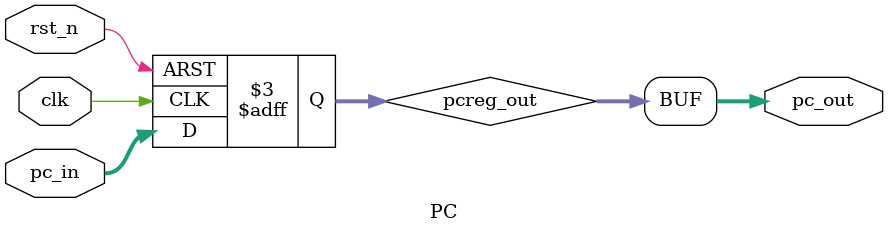
<source format=v>
module PC(
input             clk,
input             rst_n,
input   [31:0]    pc_in,
output  [31:0]    pc_out
);

reg   [31:0]   pcreg_out;

always @(posedge clk or negedge rst_n)
begin
    if(!rst_n)
        pcreg_out <= 32'b0;
    else
        pcreg_out <= pc_in;
end

assign pc_out = pcreg_out;

endmodule
</source>
